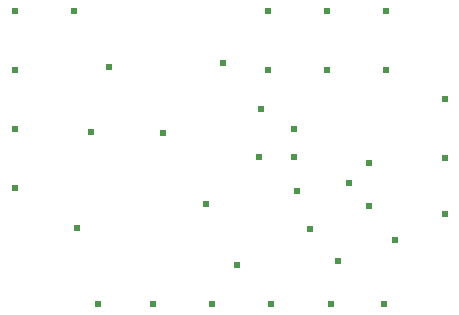
<source format=gbr>
G04*
G04 #@! TF.GenerationSoftware,Altium Limited,Altium Designer,25.8.1 (18)*
G04*
G04 Layer_Color=8388736*
%FSLAX25Y25*%
%MOIN*%
G70*
G04*
G04 #@! TF.SameCoordinates,42E29172-AB17-4D01-AB3A-1E57205C25AC*
G04*
G04*
G04 #@! TF.FilePolarity,Positive*
G04*
G01*
G75*
%ADD49C,0.02400*%
D49*
X27014Y30752D02*
D03*
X52350Y5325D02*
D03*
X37454Y84322D02*
D03*
X111405Y5325D02*
D03*
X91720D02*
D03*
X104665Y30311D02*
D03*
X129373Y5325D02*
D03*
X34049D02*
D03*
X31518Y62597D02*
D03*
X69845Y38490D02*
D03*
X99165Y54325D02*
D03*
X100077Y42899D02*
D03*
X87711Y54325D02*
D03*
X55665Y62339D02*
D03*
X75484Y85640D02*
D03*
X88211Y70325D02*
D03*
X99165Y63693D02*
D03*
X6069Y83378D02*
D03*
X25754Y103063D02*
D03*
X6069Y63693D02*
D03*
Y44008D02*
D03*
Y103063D02*
D03*
X90391Y83378D02*
D03*
Y103063D02*
D03*
X129761D02*
D03*
Y83378D02*
D03*
X110076D02*
D03*
Y103063D02*
D03*
X132965Y26670D02*
D03*
X149446Y35431D02*
D03*
Y73536D02*
D03*
Y53851D02*
D03*
X113940Y19583D02*
D03*
X124115Y52179D02*
D03*
X117665Y45565D02*
D03*
X124141Y38032D02*
D03*
X72035Y5325D02*
D03*
X80231Y18136D02*
D03*
M02*

</source>
